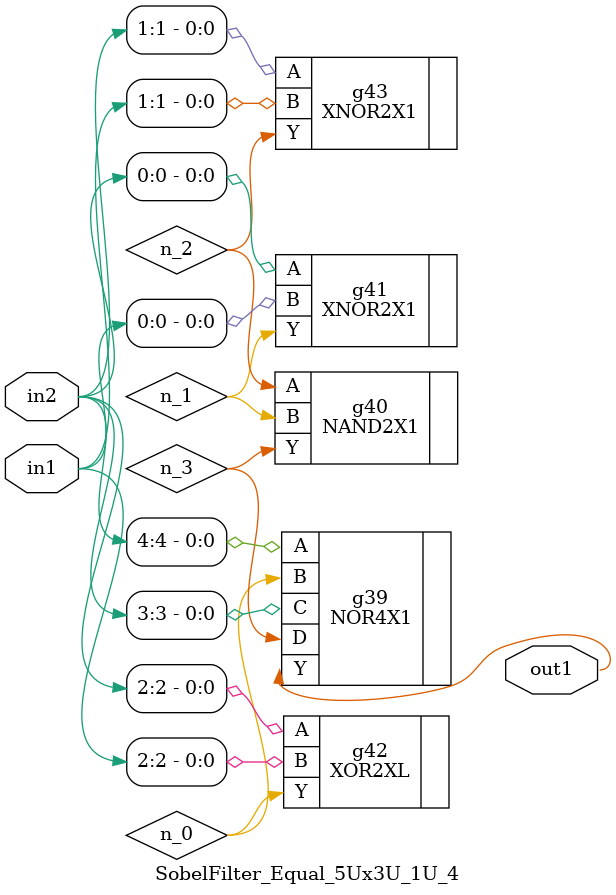
<source format=v>
`timescale 1ps / 1ps


module SobelFilter_Equal_5Ux3U_1U_4(in2, in1, out1);
  input [4:0] in2;
  input [2:0] in1;
  output out1;
  wire [4:0] in2;
  wire [2:0] in1;
  wire out1;
  wire n_0, n_1, n_2, n_3;
  NOR4X1 g39(.A (in2[4]), .B (n_0), .C (in2[3]), .D (n_3), .Y (out1));
  NAND2X1 g40(.A (n_2), .B (n_1), .Y (n_3));
  XNOR2X1 g43(.A (in2[1]), .B (in1[1]), .Y (n_2));
  XNOR2X1 g41(.A (in2[0]), .B (in1[0]), .Y (n_1));
  XOR2XL g42(.A (in2[2]), .B (in1[2]), .Y (n_0));
endmodule


</source>
